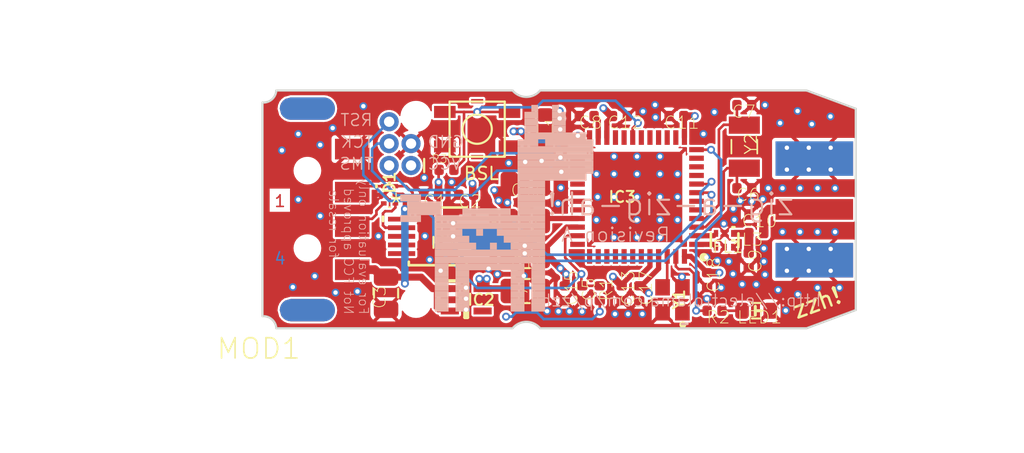
<source format=kicad_pcb>
(kicad_pcb (version 20221018) (generator pcbnew)
  (layers (0 "F.Cu" signal) (1 "In1.Cu" signal) (2 "In2.Cu" signal) (31 "B.Cu" signal) (34 "B.Paste" user) (35 "F.Paste" user) (36 "B.SilkS" user "B.Silkscreen") (37 "F.SilkS" user "F.Silkscreen") (38 "B.Mask" user) (39 "F.Mask" user) (44 "Edge.Cuts" user))
  (net 0 "")
  (net 1 "VUSB")
  (net 2 "RF_P")
  (net 3 "RF_N")
  (net 4 "X48M_P")
  (net 5 "X48M_N")
  (net 6 "X32K_Q2")
  (net 7 "X32K_Q1")
  (net 8 "RESET")
  (net 9 "DCDC_SW")
  (net 10 "VDDR")
  (net 11 "UNBAL")
  (net 12 "VDDS")
  (net 13 "GND")
  (net 14 "DCOUPL")
  (net 15 "VCC")
  (net 16 "TCK")
  (net 17 "TMS")
  (net 18 "PC_RX")
  (net 19 "PC_TX")
  (net 20 "BSL")
  (net 21 "LED")
  (net 22 "N$16")
  (net 23 "ANT")
  (net 24 "USB_D+")
  (net 25 "USB_D-")
  (net 26 "UD-")
  (net 27 "UD+")
  (footprint "working:_PKG_C_0402" (layer "F.Cu") (at 152.0275 99.584599)
    (fp_text reference "C12")
    (fp_text value "100n")
  )
  (footprint "working:ZZH_MODULE" (layer "F.Cu") (at 131.3011 111.903599)
    (fp_text reference "MOD1")
    (fp_text value "")
    (fp_line (start 0 -13.1) (end 0 -0.7) (stroke (width 0.127)) (layer "Edge.Cuts"))
    (fp_line (start 0.8 -13.8) (end 14.5 -13.8) (stroke (width 0.127)) (layer "Edge.Cuts"))
    (fp_line (start 0.8 0) (end 14.5 0) (stroke (width 0.127)) (layer "Edge.Cuts"))
    (fp_line (start 16.1 -13.8) (end 31.55 -13.8) (stroke (width 0.127)) (layer "Edge.Cuts"))
    (fp_line (start 16.1 0) (end 31.55 0) (stroke (width 0.127)) (layer "Edge.Cuts"))
    (fp_line (start 31.55 -13.8) (end 34.4 -12.743) (stroke (width 0.127)) (layer "Edge.Cuts"))
    (fp_line (start 31.55 0) (end 34.4 -1.057) (stroke (width 0.127)) (layer "Edge.Cuts"))
    (fp_line (start 34.4 -1.057) (end 34.4 -12.743) (stroke (width 0.127)) (layer "Edge.Cuts"))
    (fp_arc (start 0 -0.7) (mid 0.544974 -0.515685) (end 0.799999 0.000001) (stroke (width 0.127)) (layer "Edge.Cuts"))
    (fp_arc (start 0.8 -13.8) (mid 0.544974 -13.284314) (end -0.000001 -13.099999) (stroke (width 0.127)) (layer "Edge.Cuts"))
    (fp_arc (start 14.5 0) (mid 15.299999 -0.373046) (end 16.099999 -0.000001) (stroke (width 0.127)) (layer "Edge.Cuts"))
    (fp_arc (start 16.1 -13.8) (mid 15.300001 -13.426954) (end 14.500001 -13.799999) (stroke (width 0.127)) (layer "Edge.Cuts"))
  )
  (footprint "working:_PKG_MSOP10_TI-DGS10" (layer "F.Cu") (at 141.4611 106.569599)
    (fp_text reference "IC1")
    (fp_text value "CH340E" hide)
  )
  (footprint "working:_PKG_C_0402" (layer "F.Cu") (at 159.9396 105.299599)
    (fp_text reference "C10")
    (fp_text value "DNP")
  )
  (footprint "working:LFB182G45BG5D920" (layer "F.Cu") (at 158.0981 106.798199)
    (fp_text reference "FL1")
    (fp_text value "BALUN_LFB182G45BG5D920")
  )
  (footprint "working:XTAL-2P-3215" (layer "F.Cu") (at 159.2411 101.362599 90)
    (fp_text reference "Y2")
    (fp_text value "32.768KHz")
  )
  (footprint "working:_PKG_C_0402" (layer "F.Cu") (at 141.9691 102.708799)
    (fp_text reference "R3")
    (fp_text value "100K")
  )
  (footprint "working:DEBUG_CORTEX_5PIN" (layer "F.Cu") (at 139.2767 101.184799 90)
    (fp_text reference "CON3" hide)
    (fp_text value "DNP" hide)
  )
  (footprint "working:_PKG_C_0805" (layer "F.Cu") (at 146.5411 109.744599)
    (fp_text reference "C4")
    (fp_text value "22u")
  )
  (footprint "working:_PKG_C_0805" (layer "F.Cu") (at 146.5411 103.521599)
    (fp_text reference "C16")
    (fp_text value "22u")
  )
  (footprint "working:K2-1177SW-D4DW-06" (layer "F.Cu") (at 143.7471 100.346599 180)
    (fp_text reference "SW1" hide)
    (fp_text value "K2-1177SW-D4DW-06" hide)
  )
  (footprint "working:_PKG_LED_0603" (layer "F.Cu") (at 159.9269 110.887599 180)
    (fp_text reference "LED1")
    (fp_text value "")
  )
  (footprint "working:_PKG_C_0805" (layer "F.Cu") (at 138.4639 109.871599 -90)
    (fp_text reference "C3")
    (fp_text value "22u")
  )
  (footprint "working:QFN50P700X700X100-49N" (layer "F.Cu") (at 153.0181 104.283599 180)
    (fp_text reference "IC3")
    (fp_text value "CC2652R1FRGZ")
  )
  (footprint "working:_PKG_C_0402" (layer "F.Cu") (at 155.3041 99.584599 180)
    (fp_text reference "C11")
    (fp_text value "100n")
  )
  (footprint "working:_PKG_L_0402" (layer "F.Cu") (at 159.9396 106.379099)
    (fp_text reference "L3")
    (fp_text value "0")
  )
  (footprint "working:_PKG_C_0402" (layer "F.Cu") (at 148.8271 109.871599 -90)
    (fp_text reference "C15")
    (fp_text value "100n")
  )
  (footprint "working:_PKG_C_0402" (layer "F.Cu") (at 150.8591 109.871599 -90)
    (fp_text reference "R1")
    (fp_text value "100K")
  )
  (footprint "working:_PKG_C_0805" (layer "F.Cu") (at 146.5411 105.680599 180)
    (fp_text reference "L2")
    (fp_text value "MLZ2012N6R8LT000")
  )
  (footprint "working:_PKG_SOT886_JEDEC-MO-252" (layer "F.Cu") (at 138.6671 104.156599 -90)
    (fp_text reference "D1")
    (fp_text value "PRTR5V0U2F,115")
  )
  (footprint "working:_PKG_C_0402" (layer "F.Cu") (at 153.1451 109.871599 -90)
    (fp_text reference "C17")
    (fp_text value "100n")
  )
  (footprint "working:_PKG_C_0402" (layer "F.Cu") (at 157.0821 109.109599 -90)
    (fp_text reference "C18")
    (fp_text value "100n")
  )
  (footprint "working:_PKG_C_0402" (layer "F.Cu") (at 157.5139 110.887599)
    (fp_text reference "R2")
    (fp_text value "100")
  )
  (footprint "working:_PKG_C_0402" (layer "F.Cu") (at 159.4951 107.966599 90)
    (fp_text reference "C9")
    (fp_text value "DNP")
  )
  (footprint "working:_PKG_C_0402" (layer "F.Cu") (at 143.1121 104.156599)
    (fp_text reference "C2")
    (fp_text value "100n")
  )
  (footprint "working:_PKG_C_0402" (layer "F.Cu") (at 149.8431 109.871599 90)
    (fp_text reference "C5")
    (fp_text value "100n")
  )
  (footprint "working:_PKG_L_0603" (layer "F.Cu") (at 147.6841 100.346599 90)
    (fp_text reference "L1")
    (fp_text value "BLM18HE152SN1")
  )
  (footprint "working:_PKG_C_0402" (layer "F.Cu") (at 150.0971 99.584599)
    (fp_text reference "C8")
    (fp_text value "1u")
  )
  (footprint "working:SOT65P212X110-5N" (layer "F.Cu") (at 143.1121 110.252599)
    (fp_text reference "IC2")
    (fp_text value "ME6211C33R5G")
  )
  (footprint "working:_PKG_C_0402" (layer "F.Cu") (at 152.1291 109.871599 -90)
    (fp_text reference "C13")
    (fp_text value "100n")
  )
  (footprint "working:_PKG_C_0402" (layer "F.Cu") (at 159.2411 98.949599 180)
    (fp_text reference "C7")
    (fp_text value "12p")
  )
  (footprint "working:_PKG_C_0402" (layer "F.Cu") (at 141.0801 104.156599)
    (fp_text reference "C1")
    (fp_text value "100n")
  )
  (footprint "working:_PKG_C_0402" (layer "F.Cu") (at 159.2411 103.775599 180)
    (fp_text reference "C6")
    (fp_text value "12p")
  )
  (footprint "working:XTAL-4P-2016" (layer "F.Cu") (at 155.0755 110.252599 90)
    (fp_text reference "Y1")
    (fp_text value "Q22FA12800150")
  )
  (footprint "working:_PKG_C_0805" (layer "F.Cu") (at 146.5411 107.712599 180)
    (fp_text reference "C14")
    (fp_text value "22u")
  )
  (footprint "working:ELECTROLAMA" (layer "B.Cu") (at 144.471 106.379099 180)
    (fp_text reference "U$5" hide)
    (fp_text value "LOGO-ELECTROLAMA" hide)
  )
  (gr_line (start 155.9391 111.649599) (end 155.6216 111.649599) (stroke (width 0.1524)) (layer "B.SilkS"))
  (gr_line (start 138.2861 105.426599) (end 138.2861 105.680599) (stroke (width 0.1524)) (layer "F.SilkS"))
  (gr_line (start 137.9051 103.585099) (end 137.9051 103.712099) (stroke (width 0.1524)) (layer "F.SilkS"))
  (gr_text "1" (at 131.9361 104.918599) (layer "F.Cu") (effects (font (size 0.67056 0.67056) (thickness 0.09144)) (justify left bottom)))
  (gr_text "4" (at 131.9361 108.252349) (layer "B.Cu") (effects (font (size 0.67056 0.67056) (thickness 0.09144)) (justify left bottom)))
  (gr_text "For evaluation only\nNot FCC approved\n        for resale" (at 135.1111 111.141599 -90) (layer "B.SilkS") (effects (font (size 0.537464 0.537464) (thickness 0.046736)) (justify left bottom mirror)))
  (gr_text "RST" (at 137.7273 100.219599) (layer "B.SilkS") (effects (font (size 0.6858 0.6858) (thickness 0.0762)) (justify left bottom mirror)))
  (gr_text "Revision A" (at 154.9866 106.950599) (layer "B.SilkS") (effects (font (size 0.80899 0.80899) (thickness 0.08001)) (justify left bottom mirror)))
  (gr_text "http://electrolama.com/p/zzh" (at 163.7496 110.697099) (layer "B.SilkS") (effects (font (size 0.69342 0.69342) (thickness 0.06858)) (justify left bottom mirror)))
  (gr_text "GND" (at 140.8261 101.489599) (layer "B.SilkS") (effects (font (size 0.6858 0.6858) (thickness 0.0762)) (justify right bottom mirror)))
  (gr_text "VCC" (at 140.8261 102.759599) (layer "B.SilkS") (effects (font (size 0.6858 0.6858) (thickness 0.0762)) (justify right bottom mirror)))
  (gr_text "zig-a-zig-ah!" (at 162.2256 105.451999) (layer "B.SilkS") (effects (font (size 1.27127 1.27127) (thickness 0.12573)) (justify left bottom mirror)))
  (gr_text "TMS" (at 137.7781 102.759599) (layer "B.SilkS") (effects (font (size 0.6858 0.6858) (thickness 0.0762)) (justify left bottom mirror)))
  (gr_text "TCK" (at 137.7781 101.489599) (layer "B.SilkS") (effects (font (size 0.6858 0.6858) (thickness 0.0762)) (justify left bottom mirror)))
  (gr_text "BSL" (at 142.9089 103.343799) (layer "F.SilkS") (effects (font (size 0.729234 0.729234) (thickness 0.108966)) (justify left bottom)))
  (gr_text "zzh!" (at 162.2129 111.471799 20) (layer "F.SilkS") (effects (font (size 0.950214 0.950214) (thickness 0.141986)) (justify left bottom)))
  (segment (start 139.5561 108.936599) (end 138.4639 108.936599) (width 0.4064) (layer "F.Cu") (net 1))
  (segment (start 141.3087 109.602599) (end 141.1667 109.602599) (width 0.4064) (layer "F.Cu") (net 1))
  (segment (start 139.5561 109.312799) (end 139.5561 108.936599) (width 0.4318) (layer "F.Cu") (net 1))
  (segment (start 139.5561 104.283599) (end 139.5561 104.982099) (width 0.254) (layer "F.Cu") (net 1))
  (segment (start 140.5007 108.936599) (end 139.5561 108.936599) (width 0.4064) (layer "F.Cu") (net 1))
  (segment (start 139.4291 104.156599) (end 139.5561 104.283599) (width 0.254) (layer "F.Cu") (net 1))
  (segment (start 142.1621 109.602599) (end 141.3087 109.602599) (width 0.4064) (layer "F.Cu") (net 1))
  (segment (start 139.0041 104.156599) (end 139.4291 104.156599) (width 0.254) (layer "F.Cu") (net 1))
  (segment (start 141.1667 109.602599) (end 140.5007 108.936599) (width 0.4064) (layer "F.Cu") (net 1))
  (segment (start 136.5011 108.503599) (end 137.8071 108.503599) (width 0.508) (layer "F.Cu") (net 1))
  (segment (start 141.4761 110.902599) (end 141.3087 110.735199) (width 0.1524) (layer "F.Cu") (net 1))
  (segment (start 138.2401 108.936599) (end 138.4639 108.936599) (width 0.508) (layer "F.Cu") (net 1))
  (segment (start 137.8071 108.503599) (end 138.2401 108.936599) (width 0.508) (layer "F.Cu") (net 1))
  (segment (start 141.3087 110.735199) (end 141.3087 109.602599) (width 0.1524) (layer "F.Cu") (net 1))
  (segment (start 142.1621 110.902599) (end 141.4761 110.902599) (width 0.1524) (layer "F.Cu") (net 1))
  (via (at 139.5561 109.312799) (size 0.4572) (drill 0.254) (layers "F.Cu" "B.Cu") (net 1))
  (via (at 139.5561 104.982099) (size 0.4572) (drill 0.254) (layers "F.Cu" "B.Cu") (net 1))
  (segment (start 139.5561 104.982099) (end 139.5561 109.312799) (width 0.4318) (layer "B.Cu") (net 1))
  (segment (start 156.4681 107.033599) (end 157.4335 107.033599) (width 0.3048) (layer "F.Cu") (net 2))
  (segment (start 157.4335 107.033599) (end 157.5981 107.198199) (width 0.254) (layer "F.Cu") (net 2))
  (segment (start 157.4627 106.533599) (end 157.5981 106.398199) (width 0.254) (layer "F.Cu") (net 3))
  (segment (start 156.4681 106.533599) (end 157.4627 106.533599) (width 0.3048) (layer "F.Cu") (net 3))
  (segment (start 155.2681 107.733599) (end 155.2681 108.311599) (width 0.1524) (layer "F.Cu") (net 4))
  (segment (start 156.3201 108.728599) (end 156.3201 110.252599) (width 0.1524) (layer "F.Cu") (net 4))
  (segment (start 155.6505 110.977599) (end 155.6505 110.922199) (width 0.1524) (layer "F.Cu") (net 4))
  (segment (start 156.0661 108.474599) (end 156.3201 108.728599) (width 0.1524) (layer "F.Cu") (net 4))
  (segment (start 155.2681 108.311599) (end 155.4311 108.474599) (width 0.1524) (layer "F.Cu") (net 4))
  (segment (start 156.3201 110.252599) (end 155.6505 110.922199) (width 0.1524) (layer "F.Cu") (net 4))
  (segment (start 155.4311 108.474599) (end 156.0661 108.474599) (width 0.1524) (layer "F.Cu") (net 4))
  (segment (start 154.7681 109.259999) (end 154.5005 109.527599) (width 0.1524) (layer "F.Cu") (net 5))
  (segment (start 154.7681 107.733599) (end 154.7681 109.259999) (width 0.1524) (layer "F.Cu") (net 5))
  (segment (start 157.7679 100.371999) (end 158.0473 100.092599) (width 0.1524) (layer "F.Cu") (net 6))
  (segment (start 158.8111 100.043599) (end 158.8601 100.092599) (width 0.1524) (layer "F.Cu") (net 6))
  (segment (start 158.8601 100.092599) (end 159.2211 100.092599) (width 0.1524) (layer "F.Cu") (net 6))
  (segment (start 159.2211 100.092599) (end 159.2411 100.112599) (width 0.1524) (layer "F.Cu") (net 6))
  (segment (start 158.8111 98.949599) (end 158.8111 100.043599) (width 0.1524) (layer "F.Cu") (net 6))
  (segment (start 157.7679 104.740799) (end 157.7679 100.371999) (width 0.1524) (layer "F.Cu") (net 6))
  (segment (start 156.4681 105.533599) (end 156.9751 105.533599) (width 0.1524) (layer "F.Cu") (net 6))
  (segment (start 158.0473 100.092599) (end 158.8601 100.092599) (width 0.1524) (layer "F.Cu") (net 6))
  (segment (start 156.9751 105.533599) (end 157.7679 104.740799) (width 0.1524) (layer "F.Cu") (net 6))
  (segment (start 158.8111 103.775599) (end 158.8111 102.661599) (width 0.1524) (layer "F.Cu") (net 7))
  (segment (start 158.0473 102.810399) (end 158.0473 104.969399) (width 0.1524) (layer "F.Cu") (net 7))
  (segment (start 158.8601 102.612599) (end 158.2451 102.612599) (width 0.1524) (layer "F.Cu") (net 7))
  (segment (start 156.4681 106.033599) (end 156.9831 106.033599) (width 0.1524) (layer "F.Cu") (net 7))
  (segment (start 158.2451 102.612599) (end 158.0473 102.810399) (width 0.1524) (layer "F.Cu") (net 7))
  (segment (start 158.8111 102.661599) (end 158.8601 102.612599) (width 0.1524) (layer "F.Cu") (net 7))
  (segment (start 158.0473 104.969399) (end 156.9831 106.033599) (width 0.1524) (layer "F.Cu") (net 7))
  (segment (start 159.2411 102.612599) (end 158.8601 102.612599) (width 0.1524) (layer "F.Cu") (net 7))
  (segment (start 149.5681 106.533599) (end 148.9901 106.533599) (width 0.1524) (layer "F.Cu") (net 8))
  (segment (start 149.7923 108.753999) (end 148.8525 107.814199) (width 0.1524) (layer "F.Cu") (net 8))
  (segment (start 150.8591 109.441599) (end 149.8431 109.441599) (width 0.1524) (layer "F.Cu") (net 8))
  (segment (start 149.8431 109.441599) (end 149.7923 109.390799) (width 0.1524) (layer "F.Cu") (net 8))
  (segment (start 149.7923 108.753999) (end 149.7923 109.390799) (width 0.1524) (layer "F.Cu") (net 8))
  (segment (start 148.9901 106.533599) (end 148.8525 106.671199) (width 0.1524) (layer "F.Cu") (net 8))
  (segment (start 148.8525 106.671199) (end 148.8525 107.814199) (width 0.1524) (layer "F.Cu") (net 8))
  (via (at 149.7923 108.753999) (size 0.4572) (drill 0.254) (layers "F.Cu" "B.Cu") (net 8))
  (segment (start 138.6417 99.914799) (end 137.1431 101.413399) (width 0.1524) (layer "B.Cu") (net 8))
  (segment (start 137.1431 103.013599) (end 138.6417 104.512199) (width 0.1524) (layer "B.Cu") (net 8))
  (segment (start 137.1431 101.413399) (end 137.1431 103.013599) (width 0.1524) (layer "B.Cu") (net 8))
  (segment (start 140.2165 104.512199) (end 141.2071 105.502799) (width 0.1524) (layer "B.Cu") (net 8))
  (segment (start 148.9795 109.566799) (end 143.7471 109.566799) (width 0.1524) (layer "B.Cu") (net 8))
  (segment (start 138.6417 104.512199) (end 140.2165 104.512199) (width 0.1524) (layer "B.Cu") (net 8))
  (segment (start 149.7923 108.753999) (end 148.9795 109.566799) (width 0.1524) (layer "B.Cu") (net 8))
  (segment (start 141.2071 105.502799) (end 141.2071 107.026799) (width 0.1524) (layer "B.Cu") (net 8))
  (segment (start 141.2071 107.026799) (end 143.7471 109.566799) (width 0.1524) (layer "B.Cu") (net 8))
  (segment (start 149.5681 105.533599) (end 147.6231 105.533599) (width 0.3048) (layer "F.Cu") (net 9))
  (segment (start 147.6231 105.533599) (end 147.4761 105.680599) (width 0.3048) (layer "F.Cu") (net 9))
  (segment (start 157.7915 108.679599) (end 157.7933 108.677799) (width 0.3048) (layer "F.Cu") (net 10))
  (segment (start 145.4513 105.322599) (end 145.4513 104.966999) (width 0.4064) (layer "F.Cu") (net 10))
  (segment (start 145.6061 105.477399) (end 145.4513 105.322599) (width 0.3048) (layer "F.Cu") (net 10))
  (segment (start 145.6061 105.680599) (end 145.6061 105.477399) (width 0.3048) (layer "F.Cu") (net 10))
  (segment (start 145.4513 104.966999) (end 144.9814 104.497099) (width 0.4318) (layer "F.Cu") (net 10))
  (segment (start 145.464 105.335299) (end 145.4513 105.322599) (width 0.4064) (layer "F.Cu") (net 10))
  (segment (start 145.26955 103.883549) (end 144.7377 103.883549) (width 0.4318) (layer "F.Cu") (net 10))
  (segment (start 157.0821 108.679599) (end 157.7915 108.679599) (width 0.4318) (layer "F.Cu") (net 10))
  (segment (start 156.1361 107.733599) (end 157.0821 108.679599) (width 0.3048) (layer "F.Cu") (net 10))
  (segment (start 145.4997 104.613799) (end 145.4997 103.978799) (width 0.4064) (layer "F.Cu") (net 10))
  (segment (start 153.1451 109.441599) (end 153.2703 109.441599) (width 0.3048) (layer "F.Cu") (net 10))
  (segment (start 145.4997 105.299599) (end 145.464 105.335299) (width 0.4064) (layer "F.Cu") (net 10))
  (segment (start 145.6013 103.877199) (end 145.6013 103.526399) (width 0.1524) (layer "F.Cu") (net 10))
  (segment (start 153.27575 109.441599) (end 153.704825 109.870674) (width 0.4318) (layer "F.Cu") (net 10))
  (segment (start 145.6521 103.475599) (end 145.6061 103.521599) (width 0.3048) (layer "F.Cu") (net 10))
  (segment (start 145.4997 104.613799) (end 145.4997 105.299599) (width 0.4064) (layer "F.Cu") (net 10))
  (segment (start 144.9917 104.486799) (end 145.4997 103.978799) (width 0.4826) (layer "F.Cu") (net 10))
  (segment (start 145.6188 103.534299) (end 145.26955 103.883549) (width 0.4318) (layer "F.Cu") (net 10))
  (segment (start 153.2703 109.441599) (end 154.2681 108.443799) (width 0.3048) (layer "F.Cu") (net 10))
  (segment (start 144.9917 104.486799) (end 144.7377 103.883549) (width 0.4064) (layer "F.Cu") (net 10))
  (segment (start 153.1451 109.441599) (end 153.27575 109.441599) (width 0.3048) (layer "F.Cu") (net 10))
  (segment (start 145.6013 103.526399) (end 145.6521 103.475599) (width 0.1524) (layer "F.Cu") (net 10))
  (segment (start 144.9917 104.486799) (end 144.9814 104.497099) (width 0.4064) (layer "F.Cu") (net 10))
  (segment (start 155.7681 107.733599) (end 156.1361 107.733599) (width 0.3048) (layer "F.Cu") (net 10))
  (segment (start 145.6188 103.534299) (end 145.6061 103.521599) (width 0.3048) (layer "F.Cu") (net 10))
  (segment (start 145.6061 103.521599) (end 145.3013 103.826399) (width 0.3048) (layer "F.Cu") (net 10))
  (segment (start 145.4997 103.978799) (end 145.6013 103.877199) (width 0.4826) (layer "F.Cu") (net 10))
  (segment (start 154.2681 107.733599) (end 154.2681 108.443799) (width 0.3048) (layer "F.Cu") (net 10))
  (via (at 153.704825 109.870674) (size 0.4572) (drill 0.254) (layers "F.Cu" "B.Cu") (net 10))
  (via (at 144.7377 103.883549) (size 0.4572) (drill 0.254) (layers "F.Cu" "B.Cu") (net 10))
  (via (at 157.7933 108.677799) (size 0.4572) (drill 0.254) (layers "F.Cu" "B.Cu") (net 10))
  (via (at 145.4997 104.613799) (size 0.4572) (drill 0.254) (layers "F.Cu" "B.Cu") (net 10))
  (via (at 144.9917 104.486799) (size 0.4572) (drill 0.254) (layers "F.Cu" "B.Cu") (net 10))
  (segment (start 158.6027 106.393599) (end 158.7043 106.393599) (width 0.1524) (layer "F.Cu") (net 11))
  (segment (start 159.5096 106.379099) (end 159.4951 106.393599) (width 0.1524) (layer "F.Cu") (net 11))
  (segment (start 158.7043 106.393599) (end 159.4951 106.393599) (width 0.4064) (layer "F.Cu") (net 11))
  (segment (start 159.4951 106.393599) (end 159.4951 107.536599) (width 0.5334) (layer "F.Cu") (net 11))
  (segment (start 158.5981 106.398199) (end 158.6027 106.393599) (width 0.1524) (layer "F.Cu") (net 11))
  (segment (start 151.2681 100.833599) (end 151.2681 99.913999) (width 0.3048) (layer "F.Cu") (net 12))
  (segment (start 151.2681 99.913999) (end 151.5975 99.584599) (width 0.3048) (layer "F.Cu") (net 12))
  (segment (start 155.7341 99.584599) (end 156.3709 99.584599) (width 0.4318) (layer "F.Cu") (net 12))
  (segment (start 148.9033 108.753999) (end 148.9033 109.365399) (width 0.4318) (layer "F.Cu") (net 12))
  (segment (start 147.831 99.673499) (end 147.6841 99.526599) (width 0.1524) (layer "F.Cu") (net 12))
  (segment (start 148.9033 109.365399) (end 148.8271 109.441599) (width 0.3048) (layer "F.Cu") (net 12))
  (segment (start 151.5195 99.584599) (end 151.0623 99.127399) (width 0.4318) (layer "F.Cu") (net 12))
  (segment (start 148.9313 106.033599) (end 147.4761 107.488799) (width 0.3048) (layer "F.Cu") (net 12))
  (segment (start 148.5683 108.423799) (end 147.8571 107.712599) (width 0.4318) (layer "F.Cu") (net 12))
  (segment (start 153.2863 108.790599) (end 152.710012 108.790599) (width 0.3048) (layer "F.Cu") (net 12))
  (segment (start 149.5681 106.033599) (end 148.9313 106.033599) (width 0.3048) (layer "F.Cu") (net 12))
  (segment (start 148.5683 108.423799) (end 148.5731 108.423799) (width 0.254) (layer "F.Cu") (net 12))
  (segment (start 152.1291 109.441599) (end 151.6211 108.933599) (width 0.4318) (layer "F.Cu") (net 12))
  (segment (start 153.7681 108.308799) (end 153.2863 108.790599) (width 0.3048) (layer "F.Cu") (net 12))
  (segment (start 147.8674 99.343299) (end 147.6841 99.526599) (width 0.3048) (layer "F.Cu") (net 12))
  (segment (start 148.535 99.292499) (end 148.4842 99.343299) (width 0.3302) (layer "F.Cu") (net 12))
  (segment (start 148.535 99.724299) (end 148.4842 99.673499) (width 0.3302) (layer "F.Cu") (net 12))
  (segment (start 148.4842 99.343299) (end 147.8674 99.343299) (width 0.3302) (layer "F.Cu") (net 12))
  (segment (start 151.6211 108.933599) (end 151.6211 108.906399) (width 0.3048) (layer "F.Cu") (net 12))
  (segment (start 147.4761 107.488799) (end 147.4761 107.712599) (width 0.254) (layer "F.Cu") (net 12))
  (segment (start 148.4842 99.673499) (end 147.831 99.673499) (width 0.3302) (layer "F.Cu") (net 12))
  (segment (start 147.4761 107.712599) (end 147.8571 107.712599) (width 0.3048) (layer "F.Cu") (net 12))
  (segment (start 152.710012 108.790599) (end 152.1291 109.371512) (width 0.3048) (layer "F.Cu") (net 12))
  (segment (start 153.7681 107.733599) (end 153.7681 108.308799) (width 0.3048) (layer "F.Cu") (net 12))
  (segment (start 152.1291 109.441599) (end 152.1291 109.371512) (width 0.3048) (layer "F.Cu") (net 12))
  (segment (start 155.7681 99.618599) (end 155.7341 99.584599) (width 0.3048) (layer "F.Cu") (net 12))
  (segment (start 155.7681 100.833599) (end 155.7681 99.618599) (width 0.3048) (layer "F.Cu") (net 12))
  (segment (start 148.9033 108.753999) (end 148.5731 108.423799) (width 0.4318) (layer "F.Cu") (net 12))
  (segment (start 151.5975 99.584599) (end 151.5195 99.584599) (width 0.3048) (layer "F.Cu") (net 12))
  (via (at 148.9033 108.753999) (size 0.4572) (drill 0.254) (layers "F.Cu" "B.Cu") (net 12))
  (via (at 148.5731 108.423799) (size 0.4572) (drill 0.254) (layers "F.Cu" "B.Cu") (net 12))
  (via (at 151.6211 108.906399) (size 0.4572) (drill 0.254) (layers "F.Cu" "B.Cu") (net 12))
  (via (at 156.3709 99.584599) (size 0.4572) (drill 0.254) (layers "F.Cu" "B.Cu") (net 12))
  (via (at 148.535 99.724299) (size 0.4572) (drill 0.254) (layers "F.Cu" "B.Cu") (net 12))
  (via (at 151.0623 99.127399) (size 0.4572) (drill 0.254) (layers "F.Cu" "B.Cu") (net 12))
  (via (at 148.535 99.292499) (size 0.4572) (drill 0.254) (layers "F.Cu" "B.Cu") (net 12))
  (segment (start 138.3301 104.156599) (end 137.7781 104.156599) (width 0.254) (layer "F.Cu") (net 13))
  (segment (start 133.9011 99.154599) (end 133.9011 99.153599) (width 0.1524) (layer "F.Cu") (net 13))
  (via (at 140.7153 106.555799) (size 0.4572) (drill 0.254) (layers "F.Cu" "B.Cu") (net 13))
  (via (at 157.5047 99.354899) (size 0.4572) (drill 0.254) (layers "F.Cu" "B.Cu") (net 13))
  (via (at 158.5842 108.752899) (size 0.4572) (drill 0.254) (layers "F.Cu" "B.Cu") (net 13))
  (via (at 155.6251 108.917999) (size 0.4572) (drill 0.254) (layers "F.Cu" "B.Cu") (net 13))
  (via (at 154.0884 99.659699) (size 0.4572) (drill 0.254) (layers "F.Cu" "B.Cu") (net 13))
  (via (at 135.3686 100.281999) (size 0.4572) (drill 0.254) (layers "F.Cu" "B.Cu") (net 13))
  (via (at 162.9784 102.694999) (size 0.4572) (drill 0.254) (layers "F.Cu" "B.Cu") (net 13))
  (via (at 153.0181 101.934099) (size 0.4572) (drill 0.254) (layers "F.Cu" "B.Cu") (net 13))
  (via (at 158.6604 105.603299) (size 0.4572) (drill 0.254) (layers "F.Cu" "B.Cu") (net 13))
  (via (at 162.9784 108.568749) (size 0.4572) (drill 0.254) (layers "F.Cu" "B.Cu") (net 13))
  (via (at 134.6447 101.259899) (size 0.4572) (drill 0.254) (layers "F.Cu" "B.Cu") (net 13))
  (via (at 163.4864 109.552999) (size 0.4572) (drill 0.254) (layers "F.Cu" "B.Cu") (net 13))
  (via (at 147.8019 110.911899) (size 0.4572) (drill 0.254) (layers "F.Cu" "B.Cu") (net 13))
  (via (at 164.7564 109.552999) (size 0.4572) (drill 0.254) (layers "F.Cu" "B.Cu") (net 13))
  (via (at 146.5319 102.250499) (size 0.4572) (drill 0.254) (layers "F.Cu" "B.Cu") (net 13))
  (via (at 136.8037 109.768899) (size 0.4572) (drill 0.254) (layers "F.Cu" "B.Cu") (net 13))
  (via (at 161.6449 110.873799) (size 0.4572) (drill 0.254) (layers "F.Cu" "B.Cu") (net 13))
  (via (at 157.0729 110.187999) (size 0.4572) (drill 0.254) (layers "F.Cu" "B.Cu") (net 13))
  (via (at 161.2004 109.679999) (size 0.4572) (drill 0.254) (layers "F.Cu" "B.Cu") (net 13))
  (via (at 161.7084 108.568749) (size 0.4572) (drill 0.254) (layers "F.Cu" "B.Cu") (net 13))
  (via (at 149.0973 110.924599) (size 0.4572) (drill 0.254) (layers "F.Cu" "B.Cu") (net 13))
  (via (at 154.3516 102.950099) (size 0.4572) (drill 0.254) (layers "F.Cu" "B.Cu") (net 13))
  (via (at 143.1029 109.552999) (size 0.4572) (drill 0.254) (layers "F.Cu" "B.Cu") (net 13))
  (via (at 142.2647 103.418899) (size 0.4572) (drill 0.254) (layers "F.Cu" "B.Cu") (net 13))
  (via (at 160.4384 98.948499) (size 0.4572) (drill 0.254) (layers "F.Cu" "B.Cu") (net 13))
  (via (at 157.6825 107.978199) (size 0.4572) (drill 0.254) (layers "F.Cu" "B.Cu") (net 13))
  (via (at 164.5024 106.314499) (size 0.4572) (drill 0.254) (layers "F.Cu" "B.Cu") (net 13))
  (via (at 164.2484 108.568749) (size 0.4572) (drill 0.254) (layers "F.Cu" "B.Cu") (net 13))
  (via (at 160.3114 104.409499) (size 0.4572) (drill 0.254) (layers "F.Cu" "B.Cu") (net 13))
  (via (at 150.7321 104.283599) (size 0.4572) (drill 0.254) (layers "F.Cu" "B.Cu") (net 13))
  (via (at 159.6764 104.536499) (size 0.4572) (drill 0.254) (layers "F.Cu" "B.Cu") (net 13))
  (via (at 162.4704 106.314499) (size 0.4572) (drill 0.254) (layers "F.Cu" "B.Cu") (net 13))
  (via (at 151.6846 101.934099) (size 0.4572) (drill 0.254) (layers "F.Cu" "B.Cu") (net 13))
  (via (at 161.4544 106.314499) (size 0.4572) (drill 0.254) (layers "F.Cu" "B.Cu") (net 13))
  (via (at 153.0181 106.633099) (size 0.4572) (drill 0.254) (layers "F.Cu" "B.Cu") (net 13))
  (via (at 133.0572 109.514899) (size 0.4572) (drill 0.254) (layers "F.Cu" "B.Cu") (net 13))
  (via (at 151.6846 102.950099) (size 0.4572) (drill 0.254) (layers "F.Cu" "B.Cu") (net 13))
  (via (at 151.7389 111.076999) (size 0.4572) (drill 0.254) (layers "F.Cu" "B.Cu") (net 13))
  (via (at 158.0508 105.831899) (size 0.4572) (drill 0.254) (layers "F.Cu" "B.Cu") (net 13))
  (via (at 132.4222 101.577399) (size 0.4572) (drill 0.254) (layers "F.Cu" "B.Cu") (net 13))
  (via (at 141.6297 108.562399) (size 0.4572) (drill 0.254) (layers "F.Cu" "B.Cu") (net 13))
  (via (at 146.4557 108.867199) (size 0.4572) (drill 0.254) (layers "F.Cu" "B.Cu") (net 13))
  (via (at 155.3676 102.950099) (size 0.4572) (drill 0.254) (layers "F.Cu" "B.Cu") (net 13))
  (via (at 164.2484 107.298749) (size 0.4572) (drill 0.254) (layers "F.Cu" "B.Cu") (net 13))
  (via (at 158.3429 108.028999) (size 0.4572) (drill 0.254) (layers "F.Cu" "B.Cu") (net 13))
  (via (at 140.6772 103.164899) (size 0.4572) (drill 0.254) (layers "F.Cu" "B.Cu") (net 13))
  (via (at 161.4544 103.774499) (size 0.4572) (drill 0.254) (layers "F.Cu" "B.Cu") (net 13))
  (via (at 162.3434 109.933999) (size 0.4572) (drill 0.254) (layers "F.Cu" "B.Cu") (net 13))
  (via (at 151.6846 105.617099) (size 0.4572) (drill 0.254) (layers "F.Cu" "B.Cu") (net 13))
  (via (at 148.4623 110.924599) (size 0.4572) (drill 0.254) (layers "F.Cu" "B.Cu") (net 13))
  (via (at 144.919 108.765599) (size 0.4572) (drill 0.254) (layers "F.Cu" "B.Cu") (net 13))
  (via (at 160.4384 108.790999) (size 0.4572) (drill 0.254) (layers "F.Cu" "B.Cu") (net 13))
  (via (at 143.1029 110.822999) (size 0.4572) (drill 0.254) (layers "F.Cu" "B.Cu") (net 13))
  (via (at 160.3749 108.028999) (size 0.4572) (drill 0.254) (layers "F.Cu" "B.Cu") (net 13))
  (via (at 144.411 108.448099) (size 0.4572) (drill 0.254) (layers "F.Cu" "B.Cu") (net 13))
  (via (at 149.8339 110.937299) (size 0.4572) (drill 0.254) (layers "F.Cu" "B.Cu") (net 13))
  (via (at 152.5009 111.076999) (size 0.4572) (drill 0.254) (layers "F.Cu" "B.Cu") (net 13))
  (via (at 157.0475 107.787699) (size 0.4572) (drill 0.254) (layers "F.Cu" "B.Cu") (net 13))
  (via (at 153.3645 99.316799) (size 0.4572) (drill 0.254) (layers "F.Cu" "B.Cu") (net 13))
  (via (at 153.0181 104.283599) (size 0.4572) (drill 0.254) (layers "F.Cu" "B.Cu") (net 13))
  (via (at 163.4864 103.774499) (size 0.4572) (drill 0.254) (layers "F.Cu" "B.Cu") (net 13))
  (via (at 153.0181 105.617099) (size 0.4572) (drill 0.254) (layers "F.Cu" "B.Cu") (net 13))
  (via (at 161.7084 102.694999) (size 0.4572) (drill 0.254) (layers "F.Cu" "B.Cu") (net 13))
  (via (at 162.4704 103.774499) (size 0.4572) (drill 0.254) (layers "F.Cu" "B.Cu") (net 13))
  (via (at 163.1562 100.053399) (size 0.4572) (drill 0.254) (layers "F.Cu" "B.Cu") (net 13))
  (via (at 154.063 98.935799) (size 0.4572) (drill 0.254) (layers "F.Cu" "B.Cu") (net 13))
  (via (at 154.3516 104.283599) (size 0.4572) (drill 0.254) (layers "F.Cu" "B.Cu") (net 13))
  (via (at 155.3676 104.283599) (size 0.4572) (drill 0.254) (layers "F.Cu" "B.Cu") (net 13))
  (via (at 162.9784 101.424999) (size 0.4572) (drill 0.254) (layers "F.Cu" "B.Cu") (net 13))
  (via (at 133.3747 100.624899) (size 0.4572) (drill 0.254) (layers "F.Cu" "B.Cu") (net 13))
  (via (at 146.5065 107.559099) (size 0.4572) (drill 0.254) (layers "F.Cu" "B.Cu") (net 13))
  (via (at 148.602 103.749099) (size 0.4572) (drill 0.254) (layers "F.Cu" "B.Cu") (net 13))
  (via (at 151.6846 106.633099) (size 0.4572) (drill 0.254) (layers "F.Cu" "B.Cu") (net 13))
  (via (at 164.2484 102.694999) (size 0.4572) (drill 0.254) (layers "F.Cu" "B.Cu") (net 13))
  (via (at 133.3747 104.434899) (size 0.4572) (drill 0.254) (layers "F.Cu" "B.Cu") (net 13))
  (via (at 161.3147 99.989899) (size 0.4572) (drill 0.254) (layers "F.Cu" "B.Cu") (net 13))
  (via (at 162.3307 99.291399) (size 0.4572) (drill 0.254) (layers "F.Cu" "B.Cu") (net 13))
  (via (at 161.7084 101.424999) (size 0.4572) (drill 0.254) (layers "F.Cu" "B.Cu") (net 13))
  (via (at 158.5969 104.968299) (size 0.4572) (drill 0.254) (layers "F.Cu" "B.Cu") (net 13))
  (via (at 150.6686 105.617099) (size 0.4572) (drill 0.254) (layers "F.Cu" "B.Cu") (net 13))
  (via (at 134.3272 108.879899) (size 0.4572) (drill 0.254) (layers "F.Cu" "B.Cu") (net 13))
  (via (at 153.3264 111.076999) (size 0.4572) (drill 0.254) (layers "F.Cu" "B.Cu") (net 13))
  (via (at 154.3516 105.617099) (size 0.4572) (drill 0.254) (layers "F.Cu" "B.Cu") (net 13))
  (via (at 154.3516 106.633099) (size 0.4572) (drill 0.254) (layers "F.Cu" "B.Cu") (net 13))
  (via (at 154.3516 101.934099) (size 0.4572) (drill 0.254) (layers "F.Cu" "B.Cu") (net 13))
  (via (at 159.1176 109.349799) (size 0.4572) (drill 0.254) (layers "F.Cu" "B.Cu") (net 13))
  (via (at 162.9784 107.298749) (size 0.4572) (drill 0.254) (layers "F.Cu" "B.Cu") (net 13))
  (via (at 148.6274 102.821999) (size 0.4572) (drill 0.254) (layers "F.Cu" "B.Cu") (net 13))
  (via (at 164.5024 103.774499) (size 0.4572) (drill 0.254) (layers "F.Cu" "B.Cu") (net 13))
  (via (at 135.5337 109.832399) (size 0.4572) (drill 0.254) (layers "F.Cu" "B.Cu") (net 13))
  (via (at 160.3749 107.266999) (size 0.4572) (drill 0.254) (layers "F.Cu" "B.Cu") (net 13))
  (via (at 153.0181 102.950099) (size 0.4572) (drill 0.254) (layers "F.Cu" "B.Cu") (net 13))
  (via (at 159.9304 109.362499) (size 0.4572) (drill 0.254) (layers "F.Cu" "B.Cu") (net 13))
  (via (at 138.0229 106.555799) (size 0.4572) (drill 0.254) (layers "F.Cu" "B.Cu") (net 13))
  (via (at 146.5065 107.114599) (size 0.4572) (drill 0.254) (layers "F.Cu" "B.Cu") (net 13))
  (via (at 155.3676 105.617099) (size 0.4572) (drill 0.254) (layers "F.Cu" "B.Cu") (net 13))
  (via (at 148.5639 100.358199) (size 0.4572) (drill 0.254) (layers "F.Cu" "B.Cu") (net 13))
  (via (at 150.6686 102.950099) (size 0.4572) (drill 0.254) (layers "F.Cu" "B.Cu") (net 13))
  (via (at 143.1029 110.187999) (size 0.4572) (drill 0.254) (layers "F.Cu" "B.Cu") (net 13))
  (via (at 164.2484 101.424999) (size 0.4572) (drill 0.254) (layers "F.Cu" "B.Cu") (net 13))
  (via (at 148.4369 104.663499) (size 0.4572) (drill 0.254) (layers "F.Cu" "B.Cu") (net 13))
  (via (at 140.9947 107.927399) (size 0.4572) (drill 0.254) (layers "F.Cu" "B.Cu") (net 13))
  (via (at 164.2357 99.608899) (size 0.4572) (drill 0.254) (layers "F.Cu" "B.Cu") (net 13))
  (via (at 157.8984 109.552999) (size 0.4572) (drill 0.254) (layers "F.Cu" "B.Cu") (net 13))
  (via (at 160.6289 103.774499) (size 0.4572) (drill 0.254) (layers "F.Cu" "B.Cu") (net 13))
  (via (at 159.0033 104.511099) (size 0.4572) (drill 0.254) (layers "F.Cu" "B.Cu") (net 13))
  (via (at 161.7084 107.298749) (size 0.4572) (drill 0.254) (layers "F.Cu" "B.Cu") (net 13))
  (via (at 134.6447 105.387399) (size 0.4572) (drill 0.254) (layers "F.Cu" "B.Cu") (net 13))
  (via (at 151.6846 104.283599) (size 0.4572) (drill 0.254) (layers "F.Cu" "B.Cu") (net 13))
  (via (at 156.8697 100.624899) (size 0.4572) (drill 0.254) (layers "F.Cu" "B.Cu") (net 13))
  (via (at 163.4864 106.314499) (size 0.4572) (drill 0.254) (layers "F.Cu" "B.Cu") (net 13))
  (via (at 145.5794 102.313999) (size 0.4572) (drill 0.254) (layers "F.Cu" "B.Cu") (net 13))
  (via (at 147.4844 102.186999) (size 0.4572) (drill 0.254) (layers "F.Cu" "B.Cu") (net 13))
  (via (at 137.1466 99.011999) (size 0.4572) (drill 0.254) (layers "F.Cu" "B.Cu") (net 13))
  (segment (start 150.7681 99.825599) (end 150.5271 99.584599) (width 0.3048) (layer "F.Cu") (net 14))
  (segment (start 150.7681 100.833599) (end 150.7681 99.825599) (width 0.3048) (layer "F.Cu") (net 14))
  (segment (start 143.9249 109.084199) (end 143.9249 109.510999) (width 0.381) (layer "F.Cu") (net 15))
  (segment (start 141.5119 102.735999) (end 141.5391 102.708799) (width 0.1524) (layer "F.Cu") (net 15))
  (segment (start 146.9729 101.166599) (end 146.2871 100.480799) (width 0.4318) (layer "F.Cu") (net 15))
  (segment (start 145.8553 100.473599) (end 146.2871 100.473599) (width 0.4318) (layer "F.Cu") (net 15))
  (segment (start 143.8741 109.033399) (end 143.9249 109.084199) (width 0.381) (layer "F.Cu") (net 15))
  (segment (start 141.5101 106.872599) (end 141.7071 107.069599) (width 0.254) (layer "F.Cu") (net 15))
  (segment (start 143.5421 104.156599) (end 143.4913 104.105799) (width 0.4318) (layer "F.Cu") (net 15))
  (segment (start 145.8553 110.252599) (end 145.6061 110.003399) (width 0.381) (layer "F.Cu") (net 15))
  (segment (start 145.4641 109.602599) (end 145.6061 109.744599) (width 0.381) (layer "F.Cu") (net 15))
  (segment (start 141.5101 103.424599) (end 141.5119 103.422799) (width 0.1524) (layer "F.Cu") (net 15))
  (segment (start 141.5101 104.156599) (end 141.5101 106.872599) (width 0.254) (layer "F.Cu") (net 15))
  (segment (start 143.9249 109.510999) (end 143.8335 109.602399) (width 0.381) (layer "F.Cu") (net 15))
  (segment (start 143.4913 103.519799) (end 143.4913 104.105799) (width 0.4318) (layer "F.Cu") (net 15))
  (segment (start 145.6061 109.744599) (end 145.6061 110.003399) (width 0.381) (layer "F.Cu") (net 15))
  (segment (start 147.6841 101.166599) (end 146.9729 101.166599) (width 0.4318) (layer "F.Cu") (net 15))
  (segment (start 144.0621 109.602599) (end 144.2805 109.602599) (width 0.381) (layer "F.Cu") (net 15))
  (segment (start 144.2805 109.058799) (end 144.3059 109.033399) (width 0.381) (layer "F.Cu") (net 15))
  (segment (start 150.8591 110.301599) (end 150.8591 110.938399) (width 0.1524) (layer "F.Cu") (net 15))
  (segment (start 146.2871 100.473599) (end 146.2871 100.480799) (width 0.3048) (layer "F.Cu") (net 15))
  (segment (start 141.7071 107.069599) (end 143.5566 107.069599) (width 0.254) (layer "F.Cu") (net 15))
  (segment (start 143.5421 104.156599) (end 143.5421 105.555099) (width 0.254) (layer "F.Cu") (net 15))
  (segment (start 141.5101 104.156599) (end 141.5101 103.424599) (width 0.4318) (layer "F.Cu") (net 15))
  (segment (start 144.0619 109.602399) (end 144.0621 109.602599) (width 0.381) (layer "F.Cu") (net 15))
  (segment (start 143.4913 103.519799) (end 143.468231 103.496731) (width 0.4318) (layer "F.Cu") (net 15))
  (segment (start 144.0621 109.602599) (end 145.4641 109.602599) (width 0.381) (layer "F.Cu") (net 15))
  (segment (start 144.2805 109.058799) (end 144.2805 109.602599) (width 0.381) (layer "F.Cu") (net 15))
  (segment (start 141.5119 103.422799) (end 141.5119 102.735999) (width 0.1524) (layer "F.Cu") (net 15))
  (segment (start 143.5421 105.555099) (end 143.5566 105.569599) (width 0.254) (layer "F.Cu") (net 15))
  (segment (start 144.0619 109.602399) (end 143.8335 109.602399) (width 0.381) (layer "F.Cu") (net 15))
  (via (at 146.2871 100.473599) (size 0.4572) (drill 0.254) (layers "F.Cu" "B.Cu") (net 15))
  (via (at 144.3059 109.033399) (size 0.4572) (drill 0.254) (layers "F.Cu" "B.Cu") (net 15))
  (via (at 141.5119 103.422799) (size 0.4572) (drill 0.254) (layers "F.Cu" "B.Cu") (net 15))
  (via (at 150.8591 110.938399) (size 0.4572) (drill 0.254) (layers "F.Cu" "B.Cu") (net 15))
  (via (at 145.4235 111.230499) (size 0.4572) (drill 0.254) (layers "F.Cu" "B.Cu") (net 15))
  (via (at 143.468231 103.496731) (size 0.4572) (drill 0.254) (layers "F.Cu" "B.Cu") (net 15))
  (via (at 143.8741 109.033399) (size 0.4572) (drill 0.254) (layers "F.Cu" "B.Cu") (net 15))
  (via (at 145.8553 100.473599) (size 0.4572) (drill 0.254) (layers "F.Cu" "B.Cu") (net 15))
  (segment (start 150.4284 111.369099) (end 147.598853 111.369099) (width 0.1524) (layer "B.Cu") (net 15))
  (segment (start 145.7575 111.230499) (end 145.4235 111.230499) (width 0.1524) (layer "B.Cu") (net 15))
  (segment (start 145.9988 110.989199) (end 145.7575 111.230499) (width 0.1524) (layer "B.Cu") (net 15))
  (segment (start 147.598853 111.369099) (end 147.59854 111.368837) (width 0.1524) (layer "B.Cu") (net 15))
  (segment (start 147.218903 110.989199) (end 145.9988 110.989199) (width 0.1524) (layer "B.Cu") (net 15))
  (segment (start 150.8591 110.938399) (end 150.4284 111.369099) (width 0.1524) (layer "B.Cu") (net 15))
  (segment (start 147.59854 111.368837) (end 147.218903 110.989199) (width 0.1524) (layer "B.Cu") (net 15))
  (segment (start 149.5681 101.533599) (end 149.0371 101.533599) (width 0.1524) (layer "F.Cu") (net 16))
  (segment (start 149.0371 101.533599) (end 148.5731 101.997599) (width 0.1524) (layer "F.Cu") (net 16))
  (via (at 148.5731 101.997599) (size 0.4572) (drill 0.254) (layers "F.Cu" "B.Cu") (net 16))
  (segment (start 147.8111 102.759599) (end 144.8901 102.759599) (width 0.1524) (layer "B.Cu") (net 16))
  (segment (start 138.6417 101.184799) (end 137.9559 101.184799) (width 0.1524) (layer "B.Cu") (net 16))
  (segment (start 137.9559 101.184799) (end 137.6511 101.489599) (width 0.1524) (layer "B.Cu") (net 16))
  (segment (start 147.8111 102.759599) (end 148.5731 101.997599) (width 0.1524) (layer "B.Cu") (net 16))
  (segment (start 137.6511 101.489599) (end 137.6511 102.759599) (width 0.1524) (layer "B.Cu") (net 16))
  (segment (start 143.4677 104.181999) (end 144.8901 102.759599) (width 0.1524) (layer "B.Cu") (net 16))
  (segment (start 139.0735 104.181999) (end 143.4677 104.181999) (width 0.1524) (layer "B.Cu") (net 16))
  (segment (start 137.6511 102.759599) (end 139.0735 104.181999) (width 0.1524) (layer "B.Cu") (net 16))
  (segment (start 150.1621 100.727599) (end 150.2681 100.833599) (width 0.1524) (layer "F.Cu") (net 17))
  (segment (start 149.5891 100.727599) (end 150.1621 100.727599) (width 0.1524) (layer "F.Cu") (net 17))
  (via (at 149.5891 100.727599) (size 0.4572) (drill 0.254) (layers "F.Cu" "B.Cu") (net 17))
  (segment (start 144.5726 101.743599) (end 148.0651 101.743599) (width 0.1524) (layer "B.Cu") (net 17))
  (segment (start 142.439 103.877199) (end 139.7847 103.877199) (width 0.1524) (layer "B.Cu") (net 17))
  (segment (start 148.0651 101.743599) (end 149.0811 100.727599) (width 0.1524) (layer "B.Cu") (net 17))
  (segment (start 139.7847 103.877199) (end 138.6417 102.734199) (width 0.1524) (layer "B.Cu") (net 17))
  (segment (start 138.6417 102.734199) (end 138.6417 102.454799) (width 0.1524) (layer "B.Cu") (net 17))
  (segment (start 142.439 103.877199) (end 144.5726 101.743599) (width 0.1524) (layer "B.Cu") (net 17))
  (segment (start 149.0811 100.727599) (end 149.5891 100.727599) (width 0.1524) (layer "B.Cu") (net 17))
  (segment (start 143.5566 106.069599) (end 142.6121 106.069599) (width 0.254) (layer "F.Cu") (net 18))
  (segment (start 157.1971 103.533599) (end 157.3361 103.394599) (width 0.1524) (layer "F.Cu") (net 18))
  (segment (start 142.6121 106.069599) (end 142.3501 105.807599) (width 0.254) (layer "F.Cu") (net 18))
  (segment (start 156.4681 103.533599) (end 157.1971 103.533599) (width 0.1524) (layer "F.Cu") (net 18))
  (via (at 142.3501 105.807599) (size 0.4572) (drill 0.254) (layers "F.Cu" "B.Cu") (net 18))
  (via (at 157.3361 103.394599) (size 0.4572) (drill 0.254) (layers "F.Cu" "B.Cu") (net 18))
  (segment (start 157.3361 103.394599) (end 156.7011 104.029599) (width 0.1524) (layer "B.Cu") (net 18))
  (segment (start 147.7984 107.636399) (end 154.3643 107.636399) (width 0.1524) (layer "B.Cu") (net 18))
  (segment (start 147.7984 107.636399) (end 145.7156 105.553599) (width 0.1524) (layer "B.Cu") (net 18))
  (segment (start 145.7156 105.553599) (end 142.6041 105.553599) (width 0.1524) (layer "B.Cu") (net 18))
  (segment (start 142.3501 105.807599) (end 142.6041 105.553599) (width 0.1524) (layer "B.Cu") (net 18))
  (segment (start 156.7011 105.299599) (end 154.3643 107.636399) (width 0.1524) (layer "B.Cu") (net 18))
  (segment (start 156.7011 104.029599) (end 156.7011 105.299599) (width 0.1524) (layer "B.Cu") (net 18))
  (segment (start 143.5566 106.569599) (end 142.3501 106.569599) (width 0.254) (layer "F.Cu") (net 19))
  (segment (start 157.2131 104.033599) (end 157.3361 104.156599) (width 0.1524) (layer "F.Cu") (net 19))
  (segment (start 156.4681 104.033599) (end 157.2131 104.033599) (width 0.1524) (layer "F.Cu") (net 19))
  (via (at 157.3361 104.156599) (size 0.4572) (drill 0.254) (layers "F.Cu" "B.Cu") (net 19))
  (via (at 142.3501 106.569599) (size 0.4572) (drill 0.254) (layers "F.Cu" "B.Cu") (net 19))
  (segment (start 154.6437 107.991999) (end 157.3361 105.299599) (width 0.1524) (layer "B.Cu") (net 19))
  (segment (start 157.3361 105.299599) (end 157.3361 104.156599) (width 0.1524) (layer "B.Cu") (net 19))
  (segment (start 142.3501 107.229999) (end 142.3501 106.569599) (width 0.1524) (layer "B.Cu") (net 19))
  (segment (start 154.6437 107.991999) (end 143.1121 107.991999) (width 0.1524) (layer "B.Cu") (net 19))
  (segment (start 143.1121 107.991999) (end 142.3501 107.229999) (width 0.1524) (layer "B.Cu") (net 19))
  (segment (start 145.6221 99.346599) (end 143.7471 99.346599) (width 0.1524) (layer "F.Cu") (net 20))
  (segment (start 143.7471 99.346599) (end 142.9851 99.346599) (width 0.1524) (layer "F.Cu") (net 20))
  (segment (start 142.3991 102.708799) (end 142.4009 102.708799) (width 0.1524) (layer "F.Cu") (net 20))
  (segment (start 142.9851 102.124599) (end 142.9851 99.346599) (width 0.1524) (layer "F.Cu") (net 20))
  (segment (start 152.7681 100.833599) (end 152.7681 100.291799) (width 0.1524) (layer "F.Cu") (net 20))
  (segment (start 142.9851 99.346599) (end 141.8721 99.346599) (width 0.1524) (layer "F.Cu") (net 20))
  (segment (start 142.9851 102.124599) (end 142.4009 102.708799) (width 0.1524) (layer "F.Cu") (net 20))
  (segment (start 153.0689 99.990999) (end 152.7681 100.291799) (width 0.1524) (layer "F.Cu") (net 20))
  (via (at 143.7471 99.346599) (size 0.4572) (drill 0.254) (layers "F.Cu" "B.Cu") (net 20))
  (via (at 153.0689 99.990999) (size 0.4572) (drill 0.254) (layers "F.Cu" "B.Cu") (net 20))
  (segment (start 151.7735 98.695599) (end 153.0689 99.990999) (width 0.1524) (layer "B.Cu") (net 20))
  (segment (start 151.7735 98.695599) (end 147.5571 98.695599) (width 0.1524) (layer "B.Cu") (net 20))
  (segment (start 147.1761 99.076599) (end 144.0171 99.076599) (width 0.1524) (layer "B.Cu") (net 20))
  (segment (start 147.5571 98.695599) (end 147.1761 99.076599) (width 0.1524) (layer "B.Cu") (net 20))
  (segment (start 144.0171 99.076599) (end 143.7471 99.346599) (width 0.1524) (layer "B.Cu") (net 20))
  (segment (start 157.3107 101.540399) (end 156.4749 101.540399) (width 0.1524) (layer "F.Cu") (net 21))
  (segment (start 156.4749 101.540399) (end 156.4681 101.533599) (width 0.1524) (layer "F.Cu") (net 21))
  (segment (start 157.0839 110.887599) (end 156.4471 110.887599) (width 0.1524) (layer "F.Cu") (net 21))
  (via (at 156.4471 110.887599) (size 0.4572) (drill 0.254) (layers "F.Cu" "B.Cu") (net 21))
  (via (at 157.3107 101.540399) (size 0.4572) (drill 0.254) (layers "F.Cu" "B.Cu") (net 21))
  (segment (start 156.4471 106.823599) (end 156.4471 110.887599) (width 0.1524) (layer "B.Cu") (net 21))
  (segment (start 157.8949 105.375799) (end 157.8949 102.124599) (width 0.1524) (layer "B.Cu") (net 21))
  (segment (start 157.8949 102.124599) (end 157.3107 101.540399) (width 0.1524) (layer "B.Cu") (net 21))
  (segment (start 157.8949 105.375799) (end 156.4471 106.823599) (width 0.1524) (layer "B.Cu") (net 21))
  (segment (start 157.9439 110.887599) (end 159.1069 110.887599) (width 0.1524) (layer "F.Cu") (net 22))
  (segment (start 160.6656 105.003599) (end 163.3011 105.003599) (width 0.5334) (layer "F.Cu") (net 23))
  (segment (start 160.3696 105.299599) (end 160.3696 106.379099) (width 0.5334) (layer "F.Cu") (net 23))
  (segment (start 160.3696 105.299599) (end 160.6656 105.003599) (width 0.5334) (layer "F.Cu") (net 23))
  (segment (start 138.3301 103.656599) (end 136.8481 103.656599) (width 0.1524) (layer "F.Cu") (net 24))
  (segment (start 136.8481 103.656599) (end 136.5011 104.003599) (width 0.1524) (layer "F.Cu") (net 24))
  (segment (start 137.6511 105.553599) (end 137.9051 105.299599) (width 0.1524) (layer "F.Cu") (net 25))
  (segment (start 136.5011 106.003599) (end 136.9511 105.553599) (width 0.1524) (layer "F.Cu") (net 25))
  (segment (start 136.9511 105.553599) (end 137.6511 105.553599) (width 0.1524) (layer "F.Cu") (net 25))
  (segment (start 137.9051 105.081599) (end 138.3301 104.656599) (width 0.1524) (layer "F.Cu") (net 25))
  (segment (start 137.9051 105.299599) (end 137.9051 105.081599) (width 0.1524) (layer "F.Cu") (net 25))
  (segment (start 138.4211 106.069599) (end 139.3656 106.069599) (width 0.1524) (layer "F.Cu") (net 26))
  (segment (start 139.0041 104.899099) (end 138.7941 105.109099) (width 0.1524) (layer "F.Cu") (net 26))
  (segment (start 138.4131 105.109099) (end 138.2861 105.236099) (width 0.1524) (layer "F.Cu") (net 26))
  (segment (start 139.0041 104.656599) (end 139.0041 104.899099) (width 0.1524) (layer "F.Cu") (net 26))
  (segment (start 138.2861 105.236099) (end 138.2861 105.934599) (width 0.1524) (layer "F.Cu") (net 26))
  (segment (start 138.2861 105.934599) (end 138.4211 106.069599) (width 0.1524) (layer "F.Cu") (net 26))
  (segment (start 138.7941 105.109099) (end 138.4131 105.109099) (width 0.1524) (layer "F.Cu") (net 26))
  (segment (start 139.0041 103.656599) (end 139.6276 103.656599) (width 0.1524) (layer "F.Cu") (net 27))
  (segment (start 139.9211 105.569599) (end 139.3656 105.569599) (width 0.1524) (layer "F.Cu") (net 27))
  (segment (start 139.6276 103.656599) (end 140.0006 104.029599) (width 0.1524) (layer "F.Cu") (net 27))
  (segment (start 140.0006 105.490099) (end 139.9211 105.569599) (width 0.1524) (layer "F.Cu") (net 27))
  (segment (start 140.0006 104.029599) (end 140.0006 105.490099) (width 0.1524) (layer "F.Cu") (net 27))
  (zone (net 13) (net_name "GND") (layer "F.Cu") (priority 6) (connect_pads (clearance 0.000001)) (min_thickness 0.0762) (fill yes (thermal_gap 0.2024) (thermal_bridge_width 0.2024))
    (polygon (pts (xy 166.9373 113.249799) (xy 129.9549 113.249799) (xy 129.9549 96.587399) (xy 166.9373 96.587399)))
  )
  (zone (net 0) (net_name "") (layer "B.Cu") (connect_pads (clearance 0.5)) (min_thickness 0.25) (fill yes (thermal_gap 0.5) (thermal_bridge_width 0.5))
    (polygon (pts (xy 147.1761 101.489599) (xy 147.8111 101.489599) (xy 147.8111 100.854599) (xy 147.1761 100.854599)))
  )
  (zone (net 0) (net_name "") (layer "B.Cu") (priority 6) (connect_pads (clearance 0.000001)) (min_thickness 0.0762) (fill yes (thermal_gap 0.2024) (thermal_bridge_width 0.2024))
    (polygon (pts (xy 145.8553 106.792036) (xy 145.8553 107.534799) (xy 143.588537 107.534799) (xy 143.4169 107.363162) (xy 143.4169 107.153799) (xy 142.6549 107.153799) (xy 142.6549 106.030036) (xy 142.826537 105.858399) (xy 144.921663 105.858399)))
  )
)
</source>
